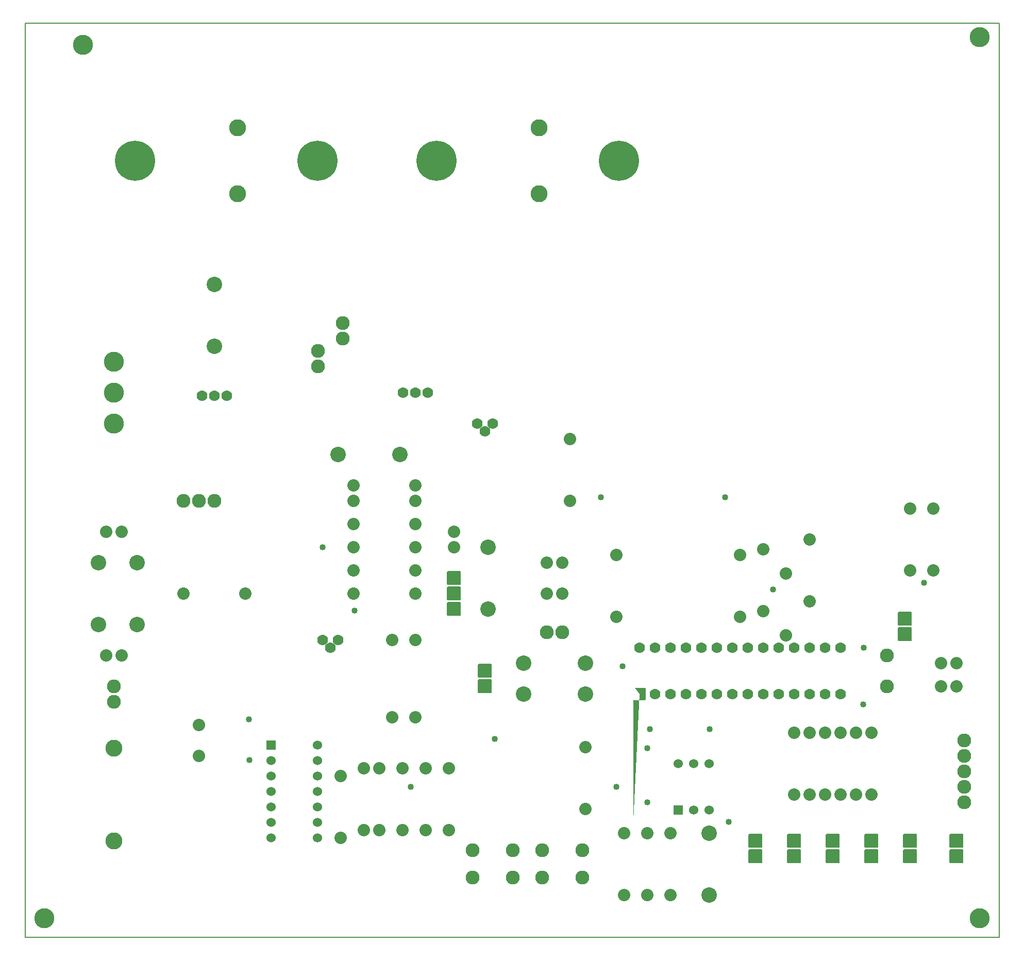
<source format=gbr>
G04 PROTEUS GERBER X2 FILE*
%TF.GenerationSoftware,Labcenter,Proteus,8.15-SP1-Build34318*%
%TF.CreationDate,2023-09-22T11:00:43+00:00*%
%TF.FileFunction,Soldermask,Top*%
%TF.FilePolarity,Negative*%
%TF.Part,Single*%
%TF.SameCoordinates,{daf6ecdc-d2ef-474e-a7a4-287faf42d1bd}*%
%FSLAX45Y45*%
%MOMM*%
G01*
%TA.AperFunction,Material*%
%ADD73C,1.016000*%
%AMPPAD024*
4,1,68,
-0.762000,1.016000,
0.762000,1.016000,
0.788400,1.014720,
0.813930,1.010950,
0.838490,1.004800,
0.861960,0.996400,
0.884220,0.985870,
0.905150,0.973300,
0.924650,0.958840,
0.942580,0.942580,
0.958840,0.924640,
0.973300,0.905150,
0.985860,0.884220,
0.996400,0.861960,
1.004800,0.838490,
1.010950,0.813930,
1.014720,0.788400,
1.016000,0.762000,
1.016000,-0.762000,
1.014720,-0.788400,
1.010950,-0.813930,
1.004800,-0.838490,
0.996400,-0.861960,
0.985860,-0.884220,
0.973300,-0.905150,
0.958840,-0.924640,
0.942580,-0.942580,
0.924650,-0.958840,
0.905150,-0.973300,
0.884220,-0.985870,
0.861960,-0.996400,
0.838490,-1.004800,
0.813930,-1.010950,
0.788400,-1.014720,
0.762000,-1.016000,
-0.762000,-1.016000,
-0.788400,-1.014720,
-0.813930,-1.010950,
-0.838490,-1.004800,
-0.861960,-0.996400,
-0.884220,-0.985870,
-0.905150,-0.973300,
-0.924650,-0.958840,
-0.942580,-0.942580,
-0.958840,-0.924640,
-0.973300,-0.905150,
-0.985860,-0.884220,
-0.996400,-0.861960,
-1.004800,-0.838490,
-1.010950,-0.813930,
-1.014720,-0.788400,
-1.016000,-0.762000,
-1.016000,0.762000,
-1.014720,0.788400,
-1.010950,0.813930,
-1.004800,0.838490,
-0.996400,0.861960,
-0.985860,0.884220,
-0.973300,0.905150,
-0.958840,0.924640,
-0.942580,0.942580,
-0.924650,0.958840,
-0.905150,0.973300,
-0.884220,0.985870,
-0.861960,0.996400,
-0.838490,1.004800,
-0.813930,1.010950,
-0.788400,1.014720,
-0.762000,1.016000,
0*%
%TA.AperFunction,Material*%
%ADD30PPAD024*%
%ADD31C,1.778000*%
%TA.AperFunction,Material*%
%ADD32C,2.032000*%
%AMPPAD027*
4,1,36,
-1.143000,-1.016000,
-1.143000,1.016000,
-1.140470,1.041970,
-1.133200,1.065980,
-1.121650,1.087580,
-1.106290,1.106290,
-1.087570,1.121650,
-1.065980,1.133200,
-1.041970,1.140470,
-1.016000,1.143000,
1.016000,1.143000,
1.041970,1.140470,
1.065980,1.133200,
1.087570,1.121650,
1.106290,1.106290,
1.121650,1.087580,
1.133200,1.065980,
1.140470,1.041970,
1.143000,1.016000,
1.143000,-1.016000,
1.140470,-1.041970,
1.133200,-1.065980,
1.121650,-1.087580,
1.106290,-1.106290,
1.087570,-1.121650,
1.065980,-1.133200,
1.041970,-1.140470,
1.016000,-1.143000,
-1.016000,-1.143000,
-1.041970,-1.140470,
-1.065980,-1.133200,
-1.087570,-1.121650,
-1.106290,-1.106290,
-1.121650,-1.087580,
-1.133200,-1.065980,
-1.140470,-1.041970,
-1.143000,-1.016000,
0*%
%ADD33PPAD027*%
%ADD34C,2.286000*%
%ADD35C,2.540000*%
%AMPPAD030*
4,1,36,
-0.635000,0.762000,
0.635000,0.762000,
0.660970,0.759470,
0.684980,0.752200,
0.706580,0.740650,
0.725290,0.725290,
0.740650,0.706570,
0.752200,0.684980,
0.759470,0.660970,
0.762000,0.635000,
0.762000,-0.635000,
0.759470,-0.660970,
0.752200,-0.684980,
0.740650,-0.706570,
0.725290,-0.725290,
0.706580,-0.740650,
0.684980,-0.752200,
0.660970,-0.759470,
0.635000,-0.762000,
-0.635000,-0.762000,
-0.660970,-0.759470,
-0.684980,-0.752200,
-0.706580,-0.740650,
-0.725290,-0.725290,
-0.740650,-0.706570,
-0.752200,-0.684980,
-0.759470,-0.660970,
-0.762000,-0.635000,
-0.762000,0.635000,
-0.759470,0.660970,
-0.752200,0.684980,
-0.740650,0.706570,
-0.725290,0.725290,
-0.706580,0.740650,
-0.684980,0.752200,
-0.660970,0.759470,
-0.635000,0.762000,
0*%
%TA.AperFunction,Material*%
%ADD36PPAD030*%
%ADD37C,1.524000*%
%TA.AperFunction,Material*%
%ADD38C,2.794000*%
%AMPPAD033*
4,1,36,
0.762000,0.635000,
0.762000,-0.635000,
0.759470,-0.660970,
0.752200,-0.684980,
0.740650,-0.706580,
0.725290,-0.725290,
0.706570,-0.740650,
0.684980,-0.752200,
0.660970,-0.759470,
0.635000,-0.762000,
-0.635000,-0.762000,
-0.660970,-0.759470,
-0.684980,-0.752200,
-0.706570,-0.740650,
-0.725290,-0.725290,
-0.740650,-0.706580,
-0.752200,-0.684980,
-0.759470,-0.660970,
-0.762000,-0.635000,
-0.762000,0.635000,
-0.759470,0.660970,
-0.752200,0.684980,
-0.740650,0.706580,
-0.725290,0.725290,
-0.706570,0.740650,
-0.684980,0.752200,
-0.660970,0.759470,
-0.635000,0.762000,
0.635000,0.762000,
0.660970,0.759470,
0.684980,0.752200,
0.706570,0.740650,
0.725290,0.725290,
0.740650,0.706580,
0.752200,0.684980,
0.759470,0.660970,
0.762000,0.635000,
0*%
%TA.AperFunction,Material*%
%ADD39PPAD033*%
%TA.AperFunction,Material*%
%ADD40C,3.302000*%
%TA.AperFunction,Material*%
%ADD41C,6.604000*%
%TA.AperFunction,Profile*%
%ADD23C,0.203200*%
%TD.AperFunction*%
D73*
X-8695580Y-6034329D03*
X-8706032Y-5365358D03*
X-6044494Y-6482252D03*
X-2667000Y-6477000D03*
X-2119842Y-5529752D03*
X-878920Y-1723217D03*
X-2920328Y-1723217D03*
X+1397000Y-4191000D03*
X+1390504Y-5126123D03*
X-2561634Y-4498841D03*
X+2387387Y-3121995D03*
X-1137633Y-5530761D03*
X-93014Y-3234029D03*
X-818960Y-7051837D03*
X-2159000Y-6731000D03*
X-2159000Y-5842000D03*
X-4663471Y-5694230D03*
X-7493000Y-2540000D03*
X-6967519Y-3581273D03*
D30*
X-2286000Y-4953000D03*
D31*
X-2032000Y-4953000D03*
X-1778000Y-4953000D03*
X-1524000Y-4953000D03*
X-1270000Y-4953000D03*
X-1016000Y-4953000D03*
X-762000Y-4953000D03*
X-508000Y-4953000D03*
X-254000Y-4953000D03*
X+0Y-4953000D03*
X+254000Y-4953000D03*
X+508000Y-4953000D03*
X+762000Y-4953000D03*
X+1016000Y-4953000D03*
X+1016000Y-4191000D03*
X+762000Y-4191000D03*
X+508000Y-4191000D03*
X+254000Y-4191000D03*
X+0Y-4191000D03*
X-254000Y-4191000D03*
X-508000Y-4191000D03*
X-762000Y-4191000D03*
X-1016000Y-4191000D03*
X-1270000Y-4191000D03*
X-1524000Y-4191000D03*
X-1778000Y-4191000D03*
X-2032000Y-4191000D03*
X-2284000Y-4191000D03*
D32*
X+1016000Y-5588000D03*
X+1016000Y-6604000D03*
X+508000Y-5588000D03*
X+508000Y-6604000D03*
X+762000Y-5588000D03*
X+762000Y-6604000D03*
X+1270000Y-5588000D03*
X+1270000Y-6604000D03*
X+254000Y-5588000D03*
X+254000Y-6604000D03*
D33*
X+2070212Y-3975212D03*
X+2070212Y-3721212D03*
D34*
X+1778000Y-4318000D03*
X+1778000Y-4826000D03*
D33*
X+889000Y-7366000D03*
X+889000Y-7620000D03*
X-381000Y-7366000D03*
X-381000Y-7620000D03*
X+2159000Y-7366000D03*
X+2159000Y-7620000D03*
X+1524000Y-7366000D03*
X+1524000Y-7620000D03*
X+254000Y-7366000D03*
X+254000Y-7620000D03*
D32*
X-635000Y-3683000D03*
X-635000Y-2667000D03*
X-254000Y-3594099D03*
X-254000Y-2578099D03*
D35*
X-4191000Y-4953000D03*
X-3175000Y-4953000D03*
D32*
X-3175000Y-6845299D03*
X-3175000Y-5829299D03*
D33*
X-4826000Y-4826000D03*
X-4826000Y-4572000D03*
D32*
X-3810000Y-3302000D03*
X-3556000Y-3302000D03*
X-3556000Y-2794000D03*
X-3810000Y-2794000D03*
D35*
X-4191000Y-4445000D03*
X-3175000Y-4445000D03*
D34*
X-3810000Y-3937000D03*
X-3556000Y-3937000D03*
D32*
X-2667000Y-2667000D03*
X-2667000Y-3683000D03*
X-1778000Y-7239000D03*
X-1778000Y-8255000D03*
D35*
X-1143000Y-7239000D03*
X-1143000Y-8255000D03*
D36*
X-1651000Y-6858000D03*
D37*
X-1397000Y-6858000D03*
X-1143000Y-6858000D03*
X-1143000Y-6096000D03*
X-1397000Y-6096000D03*
X-1651000Y-6096000D03*
D38*
X-10922000Y-7366000D03*
X-10922000Y-5842000D03*
D39*
X-8339314Y-5795303D03*
D37*
X-8339314Y-6049303D03*
X-8339314Y-6303303D03*
X-8339314Y-6557303D03*
X-8339314Y-6811303D03*
X-8339314Y-7065303D03*
X-8339314Y-7319303D03*
X-7577314Y-7319303D03*
X-7577314Y-7065303D03*
X-7577314Y-6811303D03*
X-7577314Y-6557303D03*
X-7577314Y-6303303D03*
X-7577314Y-6049303D03*
X-7577314Y-5795303D03*
D32*
X-11049000Y-4318000D03*
X-10795000Y-4318000D03*
D35*
X-10541000Y-2794000D03*
X-10541000Y-3810000D03*
X-11176000Y-3810000D03*
X-11176000Y-2794000D03*
D32*
X-5334000Y-2286000D03*
X-5334000Y-2540000D03*
D35*
X-4775199Y-3556000D03*
X-4775199Y-2540000D03*
D32*
X-6985000Y-1778000D03*
X-5969000Y-1778000D03*
X-6985000Y-2159000D03*
X-5969000Y-2159000D03*
X-6985000Y-1524000D03*
X-5969000Y-1524000D03*
X-11049000Y-2286000D03*
X-10795000Y-2286000D03*
X-2159000Y-7239000D03*
X-2159000Y-8255000D03*
X-2540000Y-8255000D03*
X-2540000Y-7239000D03*
X+508000Y-3429000D03*
X+508000Y-2413000D03*
X+115951Y-3987801D03*
X+115951Y-2971801D03*
D34*
X-3226000Y-7972000D03*
X-3886000Y-7972000D03*
X-3226000Y-7522000D03*
X-3886000Y-7522000D03*
D32*
X+2159000Y-2921000D03*
X+2159000Y-1905000D03*
X+2540000Y-1905000D03*
X+2540000Y-2921000D03*
D31*
X-7239000Y-4064000D03*
X-7366000Y-4191000D03*
X-7493000Y-4064000D03*
X-4699000Y-508000D03*
X-4826000Y-635000D03*
X-4953000Y-508000D03*
X-9474199Y-50800D03*
X-9270999Y-50800D03*
X-9067799Y-50800D03*
X-6172200Y+0D03*
X-5969000Y+0D03*
X-5765800Y+0D03*
D40*
X-10922000Y+508000D03*
X-10922000Y+0D03*
X-10922000Y-508000D03*
D33*
X-5334000Y-3048000D03*
X-5334000Y-3302000D03*
X-5334000Y-3556000D03*
D32*
X-9525000Y-5969000D03*
X-9525000Y-5461000D03*
X-9779000Y-3302000D03*
X-8763000Y-3302000D03*
D34*
X-9271000Y-1778000D03*
X-9525000Y-1778000D03*
X-9779000Y-1778000D03*
D32*
X-6815314Y-7192303D03*
X-6815314Y-6176303D03*
X-6561314Y-6176303D03*
X-6561314Y-7192303D03*
X-5799314Y-7192303D03*
X-5799314Y-6176303D03*
X-6180314Y-6176303D03*
X-6180314Y-7192303D03*
X-5969000Y-2921000D03*
X-6985000Y-2921000D03*
X-5969000Y-3302000D03*
X-6985000Y-3302000D03*
X-3429000Y-1778000D03*
X-3429000Y-762000D03*
X-5969000Y-2540000D03*
X-6985000Y-2540000D03*
X+2667000Y-4826000D03*
X+2921000Y-4826000D03*
X+2667000Y-4445000D03*
X+2921000Y-4445000D03*
D34*
X-7572963Y+428037D03*
X-7572963Y+682037D03*
D35*
X-9271000Y+1778000D03*
X-9271000Y+762000D03*
D32*
X-7196314Y-6303303D03*
X-7196314Y-7319303D03*
X-5418314Y-7192303D03*
X-5418314Y-6176303D03*
D34*
X-4369000Y-7972000D03*
X-5029000Y-7972000D03*
X-4369000Y-7522000D03*
X-5029000Y-7522000D03*
D32*
X-5969000Y-5334000D03*
X-5969000Y-4064000D03*
X-6350000Y-5334000D03*
X-6350000Y-4064000D03*
D38*
X-8890000Y+4353560D03*
X-8890000Y+3266440D03*
D41*
X-7576820Y+3810000D03*
X-10574020Y+3810000D03*
D38*
X-3937000Y+4353560D03*
X-3937000Y+3266440D03*
D41*
X-2623820Y+3810000D03*
X-5621020Y+3810000D03*
D40*
X-12065000Y-8636000D03*
X+3302000Y-8636000D03*
X+3302000Y+5842000D03*
X-11430000Y+5715000D03*
D33*
X+2921000Y-7366000D03*
X+2921000Y-7620000D03*
D32*
X+1524000Y-5588000D03*
X+1524000Y-6604000D03*
D34*
X+3048000Y-5715000D03*
X+3048000Y-5969000D03*
X+3048000Y-6223000D03*
X+3048000Y-6477000D03*
X+3048000Y-6731000D03*
D35*
X-7239000Y-1016000D03*
X-6223000Y-1016000D03*
D34*
X-7162799Y+1142252D03*
X-7162799Y+888252D03*
X-10922000Y-4826000D03*
X-10922000Y-5080000D03*
D23*
X-12382500Y-8953500D02*
X+3619500Y-8953500D01*
X+3619500Y+6068060D01*
X-12382500Y+6068060D01*
X-12382500Y-8953500D01*
M02*

</source>
